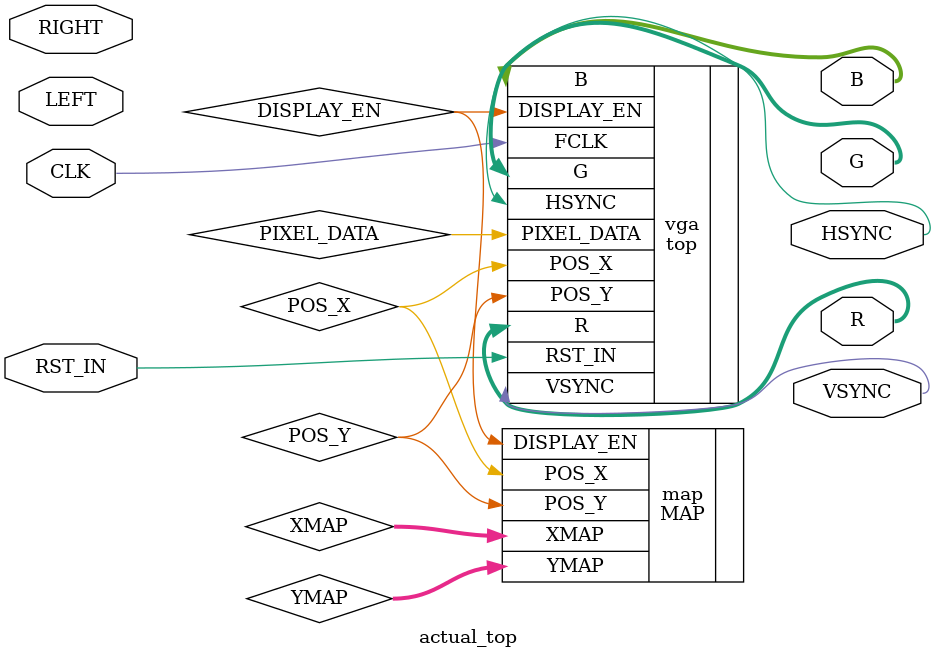
<source format=v>
`timescale 1ns / 1ps

module actual_top(  input LEFT,
                    input RIGHT,
                    input CLK,
                    input RST_IN,
                    output [2:0] R,
                    output [2:0] G,
                    output [1:0] B,
                    output HSYNC,
                    output VSYNC
);

wire POS_X, POS_Y;
wire DISPLAY_EN;
wire [5:0] XMAP;
wire [4:0] YMAP;
    
top vga (
		.FCLK(CLK),
		.PIXEL_DATA(PIXEL_DATA),
		.DISPLAY_EN(DISPLAY_EN),
		.POS_X(POS_X),
		.POS_Y(POS_Y),
		.R(R),
		.G(G),
		.B(B),
		.HSYNC(HSYNC),
		.VSYNC(VSYNC),
		.RST_IN(RST_IN));
    
MAP map(.POS_X(POS_X), 
        .POS_Y(POS_Y), 
        .DISPLAY_EN(DISPLAY_EN),
        .XMAP(XMAP),
        .YMAP(YMAP));

// if (left^right)      if (left) paddle_pos -= 1 else paddle_pos += 1

    always@(*) begin
          if (((XMAP >= 5 || XMAP <= 40) && (YMAP == 1 || YMAP == 31))||
                ((YMAP >= 1 || YMAP <= 31) && (XMAP == 5 || XMAP == 40)))
                        PIXEL_DATA[7:0] = 8'b11111111;  
          else          PIXEL_DATA[7:0] = 8'b00000000; 
    end
endmodule

</source>
